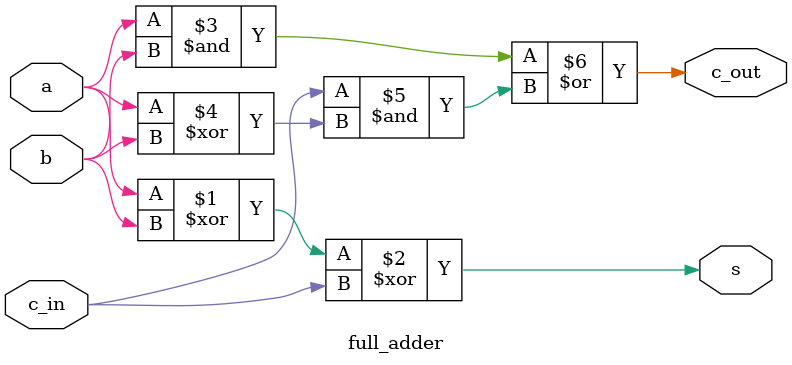
<source format=v>

module carry_save_adder_6_bit (input [5:0] a, b, c_in,
				output [5:0] c_out, s);

	genvar i;
	generate 
		for (i=0; i<6; i=i+1) begin
			full_adder fa (a[i], b[i], c_in[i], c_out[i], s[i]);
		end
	endgenerate

endmodule

module full_adder (input a, b, c_in,
			output c_out, s);

	assign s = a ^ b ^ c_in;
	assign c_out = (a & b) | (c_in & (a ^ b));

endmodule

</source>
